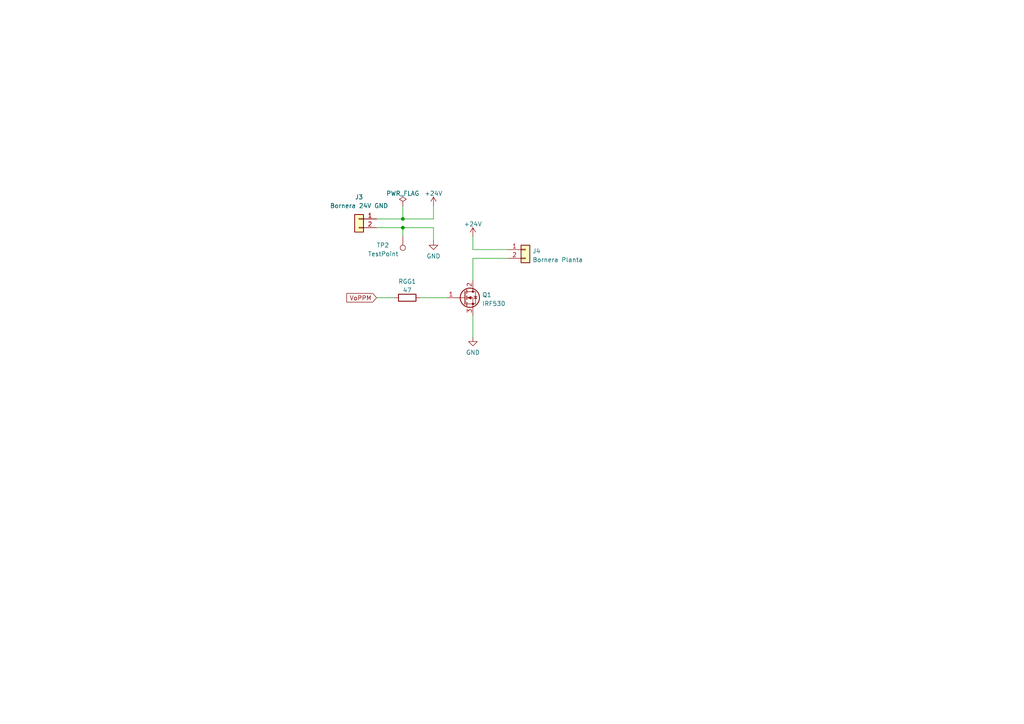
<source format=kicad_sch>
(kicad_sch (version 20250114) (generator "eeschema") (generator_version "9.0")
  (paper "A4")
  (lib_symbols
    (symbol "Connector:TestPoint" (pin_numbers (hide yes)) (pin_names (offset 0.762) (hide yes))
      (property "Reference" "TP" (at 0 6.858 0))
      (property "Value" "TestPoint" (at 0 5.08 0))
      (symbol "TestPoint_0_1"
        (circle (center 0 3.302) (radius 0.762))
      )
      (symbol "TestPoint_1_1"
        (pin passive line (at 0 0 90) (length 2.54) (name "1") (number "1"))
      )
    )
    (symbol "Connector_Generic:Conn_01x02" (pin_names (offset 1.016) (hide yes))
      (property "Reference" "J" (at 0 2.54 0))
      (property "Value" "Conn_01x02" (at 0 -5.08 0))
      (symbol "Conn_01x02_1_1"
        (rectangle (start -1.27 1.27) (end 1.27 -3.81) (stroke (width 0.254)) (fill (type background)))
        (rectangle (start -1.27 0.127) (end 0 -0.127) (stroke (width 0.1524)))
        (rectangle (start -1.27 -2.413) (end 0 -2.667) (stroke (width 0.1524)))
        (pin passive line (at -5.08 0 0) (length 3.81) (name "Pin_1") (number "1"))
        (pin passive line (at -5.08 -2.54 0) (length 3.81) (name "Pin_2") (number "2"))
      )
    )
    (symbol "Device:R" (pin_numbers (hide yes)) (pin_names (offset 0))
      (property "Reference" "R" (at 2.032 0 90))
      (property "Value" "R" (at 0 0 90))
      (symbol "R_0_1"
        (rectangle (start -1.016 -2.54) (end 1.016 2.54) (stroke (width 0.254)))
      )
      (symbol "R_1_1"
        (pin passive line (at 0 3.81 270) (length 1.27) (name "~") (number "1"))
        (pin passive line (at 0 -3.81 90) (length 1.27) (name "~") (number "2"))
      )
    )
    (symbol "Transistor_FET:IRF540N" (pin_names (hide yes))
      (property "Reference" "Q" (at 6.35 1.905 0))
      (property "Value" "IRF540N" (at 6.35 0 0))
      (symbol "IRF540N_0_1"
        (polyline (pts (xy 0.254 1.905) (xy 0.254 -1.905)) (stroke (width 0.254)))
        (polyline (pts (xy 0.254 0) (xy -2.54 0)))
        (polyline (pts (xy 0.762 2.286) (xy 0.762 1.27)) (stroke (width 0.254)))
        (polyline (pts (xy 0.762 0.508) (xy 0.762 -0.508)) (stroke (width 0.254)))
        (polyline (pts (xy 0.762 -1.27) (xy 0.762 -2.286)) (stroke (width 0.254)))
        (polyline (pts (xy 0.762 -1.778) (xy 3.302 -1.778) (xy 3.302 1.778) (xy 0.762 1.778)))
        (polyline (pts (xy 1.016 0) (xy 2.032 0.381) (xy 2.032 -0.381) (xy 1.016 0)) (fill (type outline)))
        (circle (center 1.651 0) (radius 2.794) (stroke (width 0.254)))
        (polyline (pts (xy 2.54 2.54) (xy 2.54 1.778)))
        (circle (center 2.54 1.778) (radius 0.254) (fill (type outline)))
        (circle (center 2.54 -1.778) (radius 0.254) (fill (type outline)))
        (polyline (pts (xy 2.54 -2.54) (xy 2.54 0) (xy 0.762 0)))
        (polyline (pts (xy 2.794 0.508) (xy 2.921 0.381) (xy 3.683 0.381) (xy 3.81 0.254)))
        (polyline (pts (xy 3.302 0.381) (xy 2.921 -0.254) (xy 3.683 -0.254) (xy 3.302 0.381)))
      )
      (symbol "IRF540N_1_1"
        (pin input line (at -5.08 0 0) (length 2.54) (name "G") (number "1"))
        (pin passive line (at 2.54 5.08 270) (length 2.54) (name "D") (number "2"))
        (pin passive line (at 2.54 -5.08 90) (length 2.54) (name "S") (number "3"))
      )
    )
    (symbol "power:+24V" (power) (pin_names (offset 0))
      (property "Value" "+24V" (at 0 3.556 0))
      (symbol "+24V_0_1"
        (polyline (pts (xy -0.762 1.27) (xy 0 2.54)))
        (polyline (pts (xy 0 2.54) (xy 0.762 1.27)))
        (polyline (pts (xy 0 0) (xy 0 2.54)))
      )
      (symbol "+24V_1_1"
        (pin power_in line (at 0 0 90) (length 0) (hide yes) (name "+24V") (number "1"))
      )
    )
    (symbol "power:GND" (power) (pin_names (offset 0))
      (property "Value" "GND" (at 0 -3.81 0))
      (symbol "GND_0_1"
        (polyline (pts (xy 0 0) (xy 0 -1.27) (xy 1.27 -1.27) (xy 0 -2.54) (xy -1.27 -1.27) (xy 0 -1.27)))
      )
      (symbol "GND_1_1"
        (pin power_in line (at 0 0 270) (length 0) (hide yes) (name "GND") (number "1"))
      )
    )
    (symbol "power:PWR_FLAG" (power) (pin_numbers (hide yes)) (pin_names (offset 0) (hide yes))
      (property "Value" "PWR_FLAG" (at 0 3.81 0))
      (symbol "PWR_FLAG_0_0"
        (pin power_out line (at 0 0 90) (length 0) (name "pwr") (number "1"))
      )
      (symbol "PWR_FLAG_0_1"
        (polyline (pts (xy 0 0) (xy 0 1.27) (xy -1.016 1.905) (xy 0 2.54) (xy 1.016 1.905) (xy 0 1.27)))
      )
    )
  )
  (junction (at 116.84 66.04))
  (junction (at 116.84 63.5))
  (wire (pts (xy 116.84 59.69) (xy 116.84 63.5)))
  (wire (pts (xy 137.16 72.39) (xy 147.32 72.39)))
  (wire (pts (xy 116.84 66.04) (xy 116.84 68.58)))
  (wire (pts (xy 137.16 74.93) (xy 137.16 81.28)))
  (wire (pts (xy 116.84 66.04) (xy 125.73 66.04)))
  (wire (pts (xy 137.16 91.44) (xy 137.16 97.79)))
  (wire (pts (xy 109.22 86.36) (xy 114.3 86.36)))
  (wire (pts (xy 109.22 66.04) (xy 116.84 66.04)))
  (wire (pts (xy 109.22 63.5) (xy 116.84 63.5)))
  (wire (pts (xy 137.16 68.58) (xy 137.16 72.39)))
  (wire (pts (xy 116.84 63.5) (xy 125.73 63.5)))
  (wire (pts (xy 147.32 74.93) (xy 137.16 74.93)))
  (wire (pts (xy 125.73 66.04) (xy 125.73 69.85)))
  (wire (pts (xy 125.73 63.5) (xy 125.73 59.69)))
  (wire (pts (xy 121.92 86.36) (xy 129.54 86.36)))
  (global_label "VoPPM" (shape input) (at 109.22 86.36 180) (property "Intersheetrefs" "${INTERSHEET_REFS}" (effects (hide yes))))
  (symbol (lib_id "power:+24V") (at 137.16 68.58 0) (unit 1)
    (property "Reference" "#PWR0132" (effects (hide yes)))
    (property "Value" "+24V" (at 137.16 65.0042 0))
  )
  (symbol (lib_id "Device:R") (at 118.11 86.36 90) (unit 1)
    (property "Reference" "RGG1" (at 118.11 81.6442 90))
    (property "Value" "47" (at 118.11 84.1811 90))
    (property "Footprint" "LibraryNico:R_Axial_DIN0207_L6.3mm_D2.5mm_P10.16mm_Horizontal Nico" (effects (hide yes)))
  )
  (symbol (lib_id "Connector:TestPoint") (at 116.84 68.58 180) (unit 1)
    (property "Reference" "TP2" (at 109.22 71.12 0) (effects (justify right)))
    (property "Value" "TestPoint" (at 106.68 73.66 0) (effects (justify right)))
    (property "Footprint" "LibraryNico:PinHeader_1x01_P2.54mm_Vertical Nico" (effects (hide yes)))
  )
  (symbol (lib_id "power:+24V") (at 125.73 59.69 0) (unit 1)
    (property "Reference" "#PWR0133" (effects (hide yes)))
    (property "Value" "+24V" (at 125.73 56.1142 0))
  )
  (symbol (lib_id "Transistor_FET:IRF540N") (at 134.62 86.36 0) (unit 1)
    (property "Reference" "Q1" (at 139.827 85.5253 0) (effects (justify left)))
    (property "Value" "IRF530" (at 139.827 88.0622 0) (effects (justify left)))
    (property "Footprint" "LibraryNico:TO-220-3_Vertical Nico" (effects (hide yes)))
    (property "Datasheet" "http://www.irf.com/product-info/datasheets/data/irf540n.pdf" (effects (hide yes)))
  )
  (symbol (lib_id "power:GND") (at 137.16 97.79 0) (unit 1)
    (property "Reference" "#PWR0131" (effects (hide yes)))
    (property "Value" "GND" (at 137.16 102.2334 0))
  )
  (symbol (lib_id "power:GND") (at 125.73 69.85 0) (unit 1)
    (property "Reference" "#PWR0134" (effects (hide yes)))
    (property "Value" "GND" (at 125.73 74.2934 0))
  )
  (symbol (lib_id "Connector_Generic:Conn_01x02") (at 104.14 63.5 0) (mirror y) (unit 1)
    (property "Reference" "J3" (at 104.14 57.15 0))
    (property "Value" "Bornera 24V GND" (at 104.14 59.69 0))
    (property "Footprint" "TerminalBlock:TerminalBlock_bornier-2_P5.08mm" (effects (hide yes)))
  )
  (symbol (lib_id "power:PWR_FLAG") (at 116.84 59.69 0) (unit 1)
    (property "Reference" "#FLG0107" (effects (hide yes)))
    (property "Value" "PWR_FLAG" (at 116.84 56.1142 0))
  )
  (symbol (lib_id "Connector_Generic:Conn_01x02") (at 152.4 72.39 0) (unit 1)
    (property "Reference" "J4" (at 154.432 72.8253 0) (effects (justify left)))
    (property "Value" "Bornera Planta" (at 154.432 75.3622 0) (effects (justify left)))
    (property "Footprint" "TerminalBlock:TerminalBlock_bornier-2_P5.08mm" (effects (hide yes)))
  )
)
</source>
